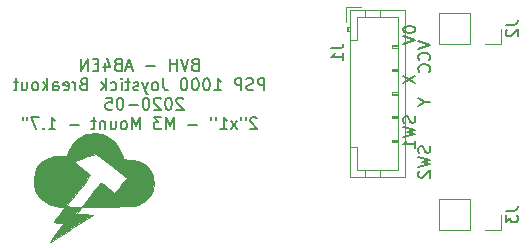
<source format=gbr>
G04 #@! TF.GenerationSoftware,KiCad,Pcbnew,5.1.5-52549c5~86~ubuntu18.04.1*
G04 #@! TF.CreationDate,2020-05-17T18:20:31-04:00*
G04 #@! TF.ProjectId,2020 05 PSP Joystick Breakout,32303230-2030-4352-9050-5350204a6f79,rev?*
G04 #@! TF.SameCoordinates,Original*
G04 #@! TF.FileFunction,Legend,Bot*
G04 #@! TF.FilePolarity,Positive*
%FSLAX46Y46*%
G04 Gerber Fmt 4.6, Leading zero omitted, Abs format (unit mm)*
G04 Created by KiCad (PCBNEW 5.1.5-52549c5~86~ubuntu18.04.1) date 2020-05-17 18:20:31*
%MOMM*%
%LPD*%
G04 APERTURE LIST*
%ADD10C,0.150000*%
%ADD11C,0.010000*%
%ADD12C,0.120000*%
G04 APERTURE END LIST*
D10*
X175664761Y-122491666D02*
X175712380Y-122634523D01*
X175712380Y-122872619D01*
X175664761Y-122967857D01*
X175617142Y-123015476D01*
X175521904Y-123063095D01*
X175426666Y-123063095D01*
X175331428Y-123015476D01*
X175283809Y-122967857D01*
X175236190Y-122872619D01*
X175188571Y-122682142D01*
X175140952Y-122586904D01*
X175093333Y-122539285D01*
X174998095Y-122491666D01*
X174902857Y-122491666D01*
X174807619Y-122539285D01*
X174760000Y-122586904D01*
X174712380Y-122682142D01*
X174712380Y-122920238D01*
X174760000Y-123063095D01*
X174712380Y-123396428D02*
X175712380Y-123634523D01*
X174998095Y-123825000D01*
X175712380Y-124015476D01*
X174712380Y-124253571D01*
X174807619Y-124586904D02*
X174760000Y-124634523D01*
X174712380Y-124729761D01*
X174712380Y-124967857D01*
X174760000Y-125063095D01*
X174807619Y-125110714D01*
X174902857Y-125158333D01*
X174998095Y-125158333D01*
X175140952Y-125110714D01*
X175712380Y-124539285D01*
X175712380Y-125158333D01*
X174394761Y-119951666D02*
X174442380Y-120094523D01*
X174442380Y-120332619D01*
X174394761Y-120427857D01*
X174347142Y-120475476D01*
X174251904Y-120523095D01*
X174156666Y-120523095D01*
X174061428Y-120475476D01*
X174013809Y-120427857D01*
X173966190Y-120332619D01*
X173918571Y-120142142D01*
X173870952Y-120046904D01*
X173823333Y-119999285D01*
X173728095Y-119951666D01*
X173632857Y-119951666D01*
X173537619Y-119999285D01*
X173490000Y-120046904D01*
X173442380Y-120142142D01*
X173442380Y-120380238D01*
X173490000Y-120523095D01*
X173442380Y-120856428D02*
X174442380Y-121094523D01*
X173728095Y-121285000D01*
X174442380Y-121475476D01*
X173442380Y-121713571D01*
X174442380Y-122618333D02*
X174442380Y-122046904D01*
X174442380Y-122332619D02*
X173442380Y-122332619D01*
X173585238Y-122237380D01*
X173680476Y-122142142D01*
X173728095Y-122046904D01*
X175236190Y-118745000D02*
X175712380Y-118745000D01*
X174712380Y-118411666D02*
X175236190Y-118745000D01*
X174712380Y-119078333D01*
X173442380Y-116506666D02*
X174442380Y-117173333D01*
X173442380Y-117173333D02*
X174442380Y-116506666D01*
X174712380Y-113601666D02*
X175712380Y-113935000D01*
X174712380Y-114268333D01*
X175617142Y-115173095D02*
X175664761Y-115125476D01*
X175712380Y-114982619D01*
X175712380Y-114887380D01*
X175664761Y-114744523D01*
X175569523Y-114649285D01*
X175474285Y-114601666D01*
X175283809Y-114554047D01*
X175140952Y-114554047D01*
X174950476Y-114601666D01*
X174855238Y-114649285D01*
X174760000Y-114744523D01*
X174712380Y-114887380D01*
X174712380Y-114982619D01*
X174760000Y-115125476D01*
X174807619Y-115173095D01*
X175617142Y-116173095D02*
X175664761Y-116125476D01*
X175712380Y-115982619D01*
X175712380Y-115887380D01*
X175664761Y-115744523D01*
X175569523Y-115649285D01*
X175474285Y-115601666D01*
X175283809Y-115554047D01*
X175140952Y-115554047D01*
X174950476Y-115601666D01*
X174855238Y-115649285D01*
X174760000Y-115744523D01*
X174712380Y-115887380D01*
X174712380Y-115982619D01*
X174760000Y-116125476D01*
X174807619Y-116173095D01*
X173442380Y-112553809D02*
X173442380Y-112649047D01*
X173490000Y-112744285D01*
X173537619Y-112791904D01*
X173632857Y-112839523D01*
X173823333Y-112887142D01*
X174061428Y-112887142D01*
X174251904Y-112839523D01*
X174347142Y-112791904D01*
X174394761Y-112744285D01*
X174442380Y-112649047D01*
X174442380Y-112553809D01*
X174394761Y-112458571D01*
X174347142Y-112410952D01*
X174251904Y-112363333D01*
X174061428Y-112315714D01*
X173823333Y-112315714D01*
X173632857Y-112363333D01*
X173537619Y-112410952D01*
X173490000Y-112458571D01*
X173442380Y-112553809D01*
X173442380Y-113172857D02*
X174442380Y-113506190D01*
X173442380Y-113839523D01*
X155772857Y-115563571D02*
X155630000Y-115611190D01*
X155582380Y-115658809D01*
X155534761Y-115754047D01*
X155534761Y-115896904D01*
X155582380Y-115992142D01*
X155630000Y-116039761D01*
X155725238Y-116087380D01*
X156106190Y-116087380D01*
X156106190Y-115087380D01*
X155772857Y-115087380D01*
X155677619Y-115135000D01*
X155630000Y-115182619D01*
X155582380Y-115277857D01*
X155582380Y-115373095D01*
X155630000Y-115468333D01*
X155677619Y-115515952D01*
X155772857Y-115563571D01*
X156106190Y-115563571D01*
X155249047Y-115087380D02*
X154915714Y-116087380D01*
X154582380Y-115087380D01*
X154249047Y-116087380D02*
X154249047Y-115087380D01*
X154249047Y-115563571D02*
X153677619Y-115563571D01*
X153677619Y-116087380D02*
X153677619Y-115087380D01*
X152439523Y-115706428D02*
X151677619Y-115706428D01*
X150487142Y-115801666D02*
X150010952Y-115801666D01*
X150582380Y-116087380D02*
X150249047Y-115087380D01*
X149915714Y-116087380D01*
X149249047Y-115563571D02*
X149106190Y-115611190D01*
X149058571Y-115658809D01*
X149010952Y-115754047D01*
X149010952Y-115896904D01*
X149058571Y-115992142D01*
X149106190Y-116039761D01*
X149201428Y-116087380D01*
X149582380Y-116087380D01*
X149582380Y-115087380D01*
X149249047Y-115087380D01*
X149153809Y-115135000D01*
X149106190Y-115182619D01*
X149058571Y-115277857D01*
X149058571Y-115373095D01*
X149106190Y-115468333D01*
X149153809Y-115515952D01*
X149249047Y-115563571D01*
X149582380Y-115563571D01*
X148153809Y-115420714D02*
X148153809Y-116087380D01*
X148391904Y-115039761D02*
X148630000Y-115754047D01*
X148010952Y-115754047D01*
X147630000Y-115563571D02*
X147296666Y-115563571D01*
X147153809Y-116087380D02*
X147630000Y-116087380D01*
X147630000Y-115087380D01*
X147153809Y-115087380D01*
X146725238Y-116087380D02*
X146725238Y-115087380D01*
X146153809Y-116087380D01*
X146153809Y-115087380D01*
X161677619Y-117737380D02*
X161677619Y-116737380D01*
X161296666Y-116737380D01*
X161201428Y-116785000D01*
X161153809Y-116832619D01*
X161106190Y-116927857D01*
X161106190Y-117070714D01*
X161153809Y-117165952D01*
X161201428Y-117213571D01*
X161296666Y-117261190D01*
X161677619Y-117261190D01*
X160725238Y-117689761D02*
X160582380Y-117737380D01*
X160344285Y-117737380D01*
X160249047Y-117689761D01*
X160201428Y-117642142D01*
X160153809Y-117546904D01*
X160153809Y-117451666D01*
X160201428Y-117356428D01*
X160249047Y-117308809D01*
X160344285Y-117261190D01*
X160534761Y-117213571D01*
X160630000Y-117165952D01*
X160677619Y-117118333D01*
X160725238Y-117023095D01*
X160725238Y-116927857D01*
X160677619Y-116832619D01*
X160630000Y-116785000D01*
X160534761Y-116737380D01*
X160296666Y-116737380D01*
X160153809Y-116785000D01*
X159725238Y-117737380D02*
X159725238Y-116737380D01*
X159344285Y-116737380D01*
X159249047Y-116785000D01*
X159201428Y-116832619D01*
X159153809Y-116927857D01*
X159153809Y-117070714D01*
X159201428Y-117165952D01*
X159249047Y-117213571D01*
X159344285Y-117261190D01*
X159725238Y-117261190D01*
X157439523Y-117737380D02*
X158010952Y-117737380D01*
X157725238Y-117737380D02*
X157725238Y-116737380D01*
X157820476Y-116880238D01*
X157915714Y-116975476D01*
X158010952Y-117023095D01*
X156820476Y-116737380D02*
X156725238Y-116737380D01*
X156630000Y-116785000D01*
X156582380Y-116832619D01*
X156534761Y-116927857D01*
X156487142Y-117118333D01*
X156487142Y-117356428D01*
X156534761Y-117546904D01*
X156582380Y-117642142D01*
X156630000Y-117689761D01*
X156725238Y-117737380D01*
X156820476Y-117737380D01*
X156915714Y-117689761D01*
X156963333Y-117642142D01*
X157010952Y-117546904D01*
X157058571Y-117356428D01*
X157058571Y-117118333D01*
X157010952Y-116927857D01*
X156963333Y-116832619D01*
X156915714Y-116785000D01*
X156820476Y-116737380D01*
X155868095Y-116737380D02*
X155772857Y-116737380D01*
X155677619Y-116785000D01*
X155630000Y-116832619D01*
X155582380Y-116927857D01*
X155534761Y-117118333D01*
X155534761Y-117356428D01*
X155582380Y-117546904D01*
X155630000Y-117642142D01*
X155677619Y-117689761D01*
X155772857Y-117737380D01*
X155868095Y-117737380D01*
X155963333Y-117689761D01*
X156010952Y-117642142D01*
X156058571Y-117546904D01*
X156106190Y-117356428D01*
X156106190Y-117118333D01*
X156058571Y-116927857D01*
X156010952Y-116832619D01*
X155963333Y-116785000D01*
X155868095Y-116737380D01*
X154915714Y-116737380D02*
X154820476Y-116737380D01*
X154725238Y-116785000D01*
X154677619Y-116832619D01*
X154630000Y-116927857D01*
X154582380Y-117118333D01*
X154582380Y-117356428D01*
X154630000Y-117546904D01*
X154677619Y-117642142D01*
X154725238Y-117689761D01*
X154820476Y-117737380D01*
X154915714Y-117737380D01*
X155010952Y-117689761D01*
X155058571Y-117642142D01*
X155106190Y-117546904D01*
X155153809Y-117356428D01*
X155153809Y-117118333D01*
X155106190Y-116927857D01*
X155058571Y-116832619D01*
X155010952Y-116785000D01*
X154915714Y-116737380D01*
X153106190Y-116737380D02*
X153106190Y-117451666D01*
X153153809Y-117594523D01*
X153249047Y-117689761D01*
X153391904Y-117737380D01*
X153487142Y-117737380D01*
X152487142Y-117737380D02*
X152582380Y-117689761D01*
X152630000Y-117642142D01*
X152677619Y-117546904D01*
X152677619Y-117261190D01*
X152630000Y-117165952D01*
X152582380Y-117118333D01*
X152487142Y-117070714D01*
X152344285Y-117070714D01*
X152249047Y-117118333D01*
X152201428Y-117165952D01*
X152153809Y-117261190D01*
X152153809Y-117546904D01*
X152201428Y-117642142D01*
X152249047Y-117689761D01*
X152344285Y-117737380D01*
X152487142Y-117737380D01*
X151820476Y-117070714D02*
X151582380Y-117737380D01*
X151344285Y-117070714D02*
X151582380Y-117737380D01*
X151677619Y-117975476D01*
X151725238Y-118023095D01*
X151820476Y-118070714D01*
X151010952Y-117689761D02*
X150915714Y-117737380D01*
X150725238Y-117737380D01*
X150630000Y-117689761D01*
X150582380Y-117594523D01*
X150582380Y-117546904D01*
X150630000Y-117451666D01*
X150725238Y-117404047D01*
X150868095Y-117404047D01*
X150963333Y-117356428D01*
X151010952Y-117261190D01*
X151010952Y-117213571D01*
X150963333Y-117118333D01*
X150868095Y-117070714D01*
X150725238Y-117070714D01*
X150630000Y-117118333D01*
X150296666Y-117070714D02*
X149915714Y-117070714D01*
X150153809Y-116737380D02*
X150153809Y-117594523D01*
X150106190Y-117689761D01*
X150010952Y-117737380D01*
X149915714Y-117737380D01*
X149582380Y-117737380D02*
X149582380Y-117070714D01*
X149582380Y-116737380D02*
X149630000Y-116785000D01*
X149582380Y-116832619D01*
X149534761Y-116785000D01*
X149582380Y-116737380D01*
X149582380Y-116832619D01*
X148677619Y-117689761D02*
X148772857Y-117737380D01*
X148963333Y-117737380D01*
X149058571Y-117689761D01*
X149106190Y-117642142D01*
X149153809Y-117546904D01*
X149153809Y-117261190D01*
X149106190Y-117165952D01*
X149058571Y-117118333D01*
X148963333Y-117070714D01*
X148772857Y-117070714D01*
X148677619Y-117118333D01*
X148249047Y-117737380D02*
X148249047Y-116737380D01*
X148153809Y-117356428D02*
X147868095Y-117737380D01*
X147868095Y-117070714D02*
X148249047Y-117451666D01*
X146344285Y-117213571D02*
X146201428Y-117261190D01*
X146153809Y-117308809D01*
X146106190Y-117404047D01*
X146106190Y-117546904D01*
X146153809Y-117642142D01*
X146201428Y-117689761D01*
X146296666Y-117737380D01*
X146677619Y-117737380D01*
X146677619Y-116737380D01*
X146344285Y-116737380D01*
X146249047Y-116785000D01*
X146201428Y-116832619D01*
X146153809Y-116927857D01*
X146153809Y-117023095D01*
X146201428Y-117118333D01*
X146249047Y-117165952D01*
X146344285Y-117213571D01*
X146677619Y-117213571D01*
X145677619Y-117737380D02*
X145677619Y-117070714D01*
X145677619Y-117261190D02*
X145630000Y-117165952D01*
X145582380Y-117118333D01*
X145487142Y-117070714D01*
X145391904Y-117070714D01*
X144677619Y-117689761D02*
X144772857Y-117737380D01*
X144963333Y-117737380D01*
X145058571Y-117689761D01*
X145106190Y-117594523D01*
X145106190Y-117213571D01*
X145058571Y-117118333D01*
X144963333Y-117070714D01*
X144772857Y-117070714D01*
X144677619Y-117118333D01*
X144630000Y-117213571D01*
X144630000Y-117308809D01*
X145106190Y-117404047D01*
X143772857Y-117737380D02*
X143772857Y-117213571D01*
X143820476Y-117118333D01*
X143915714Y-117070714D01*
X144106190Y-117070714D01*
X144201428Y-117118333D01*
X143772857Y-117689761D02*
X143868095Y-117737380D01*
X144106190Y-117737380D01*
X144201428Y-117689761D01*
X144249047Y-117594523D01*
X144249047Y-117499285D01*
X144201428Y-117404047D01*
X144106190Y-117356428D01*
X143868095Y-117356428D01*
X143772857Y-117308809D01*
X143296666Y-117737380D02*
X143296666Y-116737380D01*
X143201428Y-117356428D02*
X142915714Y-117737380D01*
X142915714Y-117070714D02*
X143296666Y-117451666D01*
X142344285Y-117737380D02*
X142439523Y-117689761D01*
X142487142Y-117642142D01*
X142534761Y-117546904D01*
X142534761Y-117261190D01*
X142487142Y-117165952D01*
X142439523Y-117118333D01*
X142344285Y-117070714D01*
X142201428Y-117070714D01*
X142106190Y-117118333D01*
X142058571Y-117165952D01*
X142010952Y-117261190D01*
X142010952Y-117546904D01*
X142058571Y-117642142D01*
X142106190Y-117689761D01*
X142201428Y-117737380D01*
X142344285Y-117737380D01*
X141153809Y-117070714D02*
X141153809Y-117737380D01*
X141582380Y-117070714D02*
X141582380Y-117594523D01*
X141534761Y-117689761D01*
X141439523Y-117737380D01*
X141296666Y-117737380D01*
X141201428Y-117689761D01*
X141153809Y-117642142D01*
X140820476Y-117070714D02*
X140439523Y-117070714D01*
X140677619Y-116737380D02*
X140677619Y-117594523D01*
X140630000Y-117689761D01*
X140534761Y-117737380D01*
X140439523Y-117737380D01*
X154796666Y-118482619D02*
X154749047Y-118435000D01*
X154653809Y-118387380D01*
X154415714Y-118387380D01*
X154320476Y-118435000D01*
X154272857Y-118482619D01*
X154225238Y-118577857D01*
X154225238Y-118673095D01*
X154272857Y-118815952D01*
X154844285Y-119387380D01*
X154225238Y-119387380D01*
X153606190Y-118387380D02*
X153510952Y-118387380D01*
X153415714Y-118435000D01*
X153368095Y-118482619D01*
X153320476Y-118577857D01*
X153272857Y-118768333D01*
X153272857Y-119006428D01*
X153320476Y-119196904D01*
X153368095Y-119292142D01*
X153415714Y-119339761D01*
X153510952Y-119387380D01*
X153606190Y-119387380D01*
X153701428Y-119339761D01*
X153749047Y-119292142D01*
X153796666Y-119196904D01*
X153844285Y-119006428D01*
X153844285Y-118768333D01*
X153796666Y-118577857D01*
X153749047Y-118482619D01*
X153701428Y-118435000D01*
X153606190Y-118387380D01*
X152891904Y-118482619D02*
X152844285Y-118435000D01*
X152749047Y-118387380D01*
X152510952Y-118387380D01*
X152415714Y-118435000D01*
X152368095Y-118482619D01*
X152320476Y-118577857D01*
X152320476Y-118673095D01*
X152368095Y-118815952D01*
X152939523Y-119387380D01*
X152320476Y-119387380D01*
X151701428Y-118387380D02*
X151606190Y-118387380D01*
X151510952Y-118435000D01*
X151463333Y-118482619D01*
X151415714Y-118577857D01*
X151368095Y-118768333D01*
X151368095Y-119006428D01*
X151415714Y-119196904D01*
X151463333Y-119292142D01*
X151510952Y-119339761D01*
X151606190Y-119387380D01*
X151701428Y-119387380D01*
X151796666Y-119339761D01*
X151844285Y-119292142D01*
X151891904Y-119196904D01*
X151939523Y-119006428D01*
X151939523Y-118768333D01*
X151891904Y-118577857D01*
X151844285Y-118482619D01*
X151796666Y-118435000D01*
X151701428Y-118387380D01*
X150939523Y-119006428D02*
X150177619Y-119006428D01*
X149510952Y-118387380D02*
X149415714Y-118387380D01*
X149320476Y-118435000D01*
X149272857Y-118482619D01*
X149225238Y-118577857D01*
X149177619Y-118768333D01*
X149177619Y-119006428D01*
X149225238Y-119196904D01*
X149272857Y-119292142D01*
X149320476Y-119339761D01*
X149415714Y-119387380D01*
X149510952Y-119387380D01*
X149606190Y-119339761D01*
X149653809Y-119292142D01*
X149701428Y-119196904D01*
X149749047Y-119006428D01*
X149749047Y-118768333D01*
X149701428Y-118577857D01*
X149653809Y-118482619D01*
X149606190Y-118435000D01*
X149510952Y-118387380D01*
X148272857Y-118387380D02*
X148749047Y-118387380D01*
X148796666Y-118863571D01*
X148749047Y-118815952D01*
X148653809Y-118768333D01*
X148415714Y-118768333D01*
X148320476Y-118815952D01*
X148272857Y-118863571D01*
X148225238Y-118958809D01*
X148225238Y-119196904D01*
X148272857Y-119292142D01*
X148320476Y-119339761D01*
X148415714Y-119387380D01*
X148653809Y-119387380D01*
X148749047Y-119339761D01*
X148796666Y-119292142D01*
X161034761Y-120132619D02*
X160987142Y-120085000D01*
X160891904Y-120037380D01*
X160653809Y-120037380D01*
X160558571Y-120085000D01*
X160510952Y-120132619D01*
X160463333Y-120227857D01*
X160463333Y-120323095D01*
X160510952Y-120465952D01*
X161082380Y-121037380D01*
X160463333Y-121037380D01*
X160082380Y-120037380D02*
X160082380Y-120227857D01*
X159701428Y-120037380D02*
X159701428Y-120227857D01*
X159368095Y-121037380D02*
X158844285Y-120370714D01*
X159368095Y-120370714D02*
X158844285Y-121037380D01*
X157939523Y-121037380D02*
X158510952Y-121037380D01*
X158225238Y-121037380D02*
X158225238Y-120037380D01*
X158320476Y-120180238D01*
X158415714Y-120275476D01*
X158510952Y-120323095D01*
X157558571Y-120037380D02*
X157558571Y-120227857D01*
X157177619Y-120037380D02*
X157177619Y-120227857D01*
X155987142Y-120656428D02*
X155225238Y-120656428D01*
X153987142Y-121037380D02*
X153987142Y-120037380D01*
X153653809Y-120751666D01*
X153320476Y-120037380D01*
X153320476Y-121037380D01*
X152939523Y-120037380D02*
X152320476Y-120037380D01*
X152653809Y-120418333D01*
X152510952Y-120418333D01*
X152415714Y-120465952D01*
X152368095Y-120513571D01*
X152320476Y-120608809D01*
X152320476Y-120846904D01*
X152368095Y-120942142D01*
X152415714Y-120989761D01*
X152510952Y-121037380D01*
X152796666Y-121037380D01*
X152891904Y-120989761D01*
X152939523Y-120942142D01*
X151130000Y-121037380D02*
X151130000Y-120037380D01*
X150796666Y-120751666D01*
X150463333Y-120037380D01*
X150463333Y-121037380D01*
X149844285Y-121037380D02*
X149939523Y-120989761D01*
X149987142Y-120942142D01*
X150034761Y-120846904D01*
X150034761Y-120561190D01*
X149987142Y-120465952D01*
X149939523Y-120418333D01*
X149844285Y-120370714D01*
X149701428Y-120370714D01*
X149606190Y-120418333D01*
X149558571Y-120465952D01*
X149510952Y-120561190D01*
X149510952Y-120846904D01*
X149558571Y-120942142D01*
X149606190Y-120989761D01*
X149701428Y-121037380D01*
X149844285Y-121037380D01*
X148653809Y-120370714D02*
X148653809Y-121037380D01*
X149082380Y-120370714D02*
X149082380Y-120894523D01*
X149034761Y-120989761D01*
X148939523Y-121037380D01*
X148796666Y-121037380D01*
X148701428Y-120989761D01*
X148653809Y-120942142D01*
X148177619Y-120370714D02*
X148177619Y-121037380D01*
X148177619Y-120465952D02*
X148130000Y-120418333D01*
X148034761Y-120370714D01*
X147891904Y-120370714D01*
X147796666Y-120418333D01*
X147749047Y-120513571D01*
X147749047Y-121037380D01*
X147415714Y-120370714D02*
X147034761Y-120370714D01*
X147272857Y-120037380D02*
X147272857Y-120894523D01*
X147225238Y-120989761D01*
X147130000Y-121037380D01*
X147034761Y-121037380D01*
X145939523Y-120656428D02*
X145177619Y-120656428D01*
X143415714Y-121037380D02*
X143987142Y-121037380D01*
X143701428Y-121037380D02*
X143701428Y-120037380D01*
X143796666Y-120180238D01*
X143891904Y-120275476D01*
X143987142Y-120323095D01*
X142987142Y-120942142D02*
X142939523Y-120989761D01*
X142987142Y-121037380D01*
X143034761Y-120989761D01*
X142987142Y-120942142D01*
X142987142Y-121037380D01*
X142606190Y-120037380D02*
X141939523Y-120037380D01*
X142368095Y-121037380D01*
X141606190Y-120037380D02*
X141606190Y-120227857D01*
X141225238Y-120037380D02*
X141225238Y-120227857D01*
D11*
G36*
X146910298Y-121410258D02*
G01*
X146578909Y-121466286D01*
X146399876Y-121521229D01*
X145989271Y-121765609D01*
X145597286Y-122123859D01*
X145275268Y-122543710D01*
X145134378Y-122809476D01*
X144934263Y-123271777D01*
X144468596Y-123273694D01*
X143837187Y-123342976D01*
X143274308Y-123536902D01*
X142803961Y-123842715D01*
X142450145Y-124247658D01*
X142368595Y-124389916D01*
X142230443Y-124790937D01*
X142164366Y-125269057D01*
X142173530Y-125753536D01*
X142261101Y-126173635D01*
X142285875Y-126238000D01*
X142590210Y-126751510D01*
X143014574Y-127154759D01*
X143540594Y-127435050D01*
X144149897Y-127579686D01*
X144239865Y-127588313D01*
X144827879Y-127635000D01*
X144351904Y-128242653D01*
X144142553Y-128514443D01*
X143980140Y-128733903D01*
X143888164Y-128868854D01*
X143875930Y-128894395D01*
X143952059Y-128924286D01*
X144146540Y-128952100D01*
X144295549Y-128964076D01*
X144715168Y-128989667D01*
X144118880Y-129779609D01*
X143888060Y-130090555D01*
X143703857Y-130348629D01*
X143585317Y-130526435D01*
X143551094Y-130596312D01*
X143626462Y-130559026D01*
X143823619Y-130440125D01*
X144123371Y-130251785D01*
X144506521Y-130006182D01*
X144953875Y-129715492D01*
X145357596Y-129450410D01*
X147135596Y-128277746D01*
X146435181Y-128252707D01*
X145734765Y-128227667D01*
X146258925Y-127592667D01*
X148475261Y-127590807D01*
X149153200Y-127589383D01*
X149684469Y-127585369D01*
X150091727Y-127577245D01*
X150397631Y-127563491D01*
X150624842Y-127542584D01*
X150796018Y-127513005D01*
X150933819Y-127473233D01*
X151060904Y-127421746D01*
X151072596Y-127416483D01*
X151586188Y-127100403D01*
X151967697Y-126685144D01*
X152209277Y-126186590D01*
X152303077Y-125620625D01*
X152258865Y-125147566D01*
X150060838Y-125147566D01*
X149910551Y-125336732D01*
X149664614Y-125639262D01*
X149421604Y-125926244D01*
X149206923Y-126168998D01*
X149045973Y-126338841D01*
X148964159Y-126407095D01*
X148962315Y-126407334D01*
X148877153Y-126356883D01*
X148698171Y-126223209D01*
X148460512Y-126032824D01*
X148404068Y-125986150D01*
X148159324Y-125786757D01*
X147966953Y-125637743D01*
X147861542Y-125565699D01*
X147853421Y-125562817D01*
X147788775Y-125625248D01*
X147639728Y-125798781D01*
X147425281Y-126060420D01*
X147164438Y-126387172D01*
X147015611Y-126576667D01*
X146221976Y-127592667D01*
X145543831Y-127592667D01*
X145210686Y-127590201D01*
X145019472Y-127577901D01*
X144942804Y-127548409D01*
X144953298Y-127494370D01*
X144992259Y-127444500D01*
X145158261Y-127243055D01*
X145381328Y-126962433D01*
X145642138Y-126628065D01*
X145921366Y-126265383D01*
X146199690Y-125899817D01*
X146457785Y-125556798D01*
X146676329Y-125261758D01*
X146835996Y-125040127D01*
X146917465Y-124917337D01*
X146923930Y-124902304D01*
X146859878Y-124825109D01*
X146687362Y-124674437D01*
X146435843Y-124475048D01*
X146246596Y-124333000D01*
X145960350Y-124117769D01*
X145733963Y-123938656D01*
X145596749Y-123819369D01*
X145569263Y-123785200D01*
X145644626Y-123740778D01*
X145849469Y-123657201D01*
X146151925Y-123546702D01*
X146495970Y-123429478D01*
X147422676Y-123123319D01*
X148741757Y-124135442D01*
X150060838Y-125147566D01*
X152258865Y-125147566D01*
X152248490Y-125036560D01*
X152162056Y-124737111D01*
X152022262Y-124491973D01*
X151787643Y-124230757D01*
X151754794Y-124198535D01*
X151369365Y-123893737D01*
X150942530Y-123707013D01*
X150430369Y-123622384D01*
X150146104Y-123613334D01*
X149853640Y-123593221D01*
X149724767Y-123532732D01*
X149717863Y-123507500D01*
X149671249Y-123318222D01*
X149548991Y-123040516D01*
X149377216Y-122721294D01*
X149182052Y-122407464D01*
X148989628Y-122145937D01*
X148909763Y-122056660D01*
X148444228Y-121685199D01*
X147917586Y-121465201D01*
X147309632Y-121388456D01*
X147264572Y-121388234D01*
X146910298Y-121410258D01*
G37*
X146910298Y-121410258D02*
X146578909Y-121466286D01*
X146399876Y-121521229D01*
X145989271Y-121765609D01*
X145597286Y-122123859D01*
X145275268Y-122543710D01*
X145134378Y-122809476D01*
X144934263Y-123271777D01*
X144468596Y-123273694D01*
X143837187Y-123342976D01*
X143274308Y-123536902D01*
X142803961Y-123842715D01*
X142450145Y-124247658D01*
X142368595Y-124389916D01*
X142230443Y-124790937D01*
X142164366Y-125269057D01*
X142173530Y-125753536D01*
X142261101Y-126173635D01*
X142285875Y-126238000D01*
X142590210Y-126751510D01*
X143014574Y-127154759D01*
X143540594Y-127435050D01*
X144149897Y-127579686D01*
X144239865Y-127588313D01*
X144827879Y-127635000D01*
X144351904Y-128242653D01*
X144142553Y-128514443D01*
X143980140Y-128733903D01*
X143888164Y-128868854D01*
X143875930Y-128894395D01*
X143952059Y-128924286D01*
X144146540Y-128952100D01*
X144295549Y-128964076D01*
X144715168Y-128989667D01*
X144118880Y-129779609D01*
X143888060Y-130090555D01*
X143703857Y-130348629D01*
X143585317Y-130526435D01*
X143551094Y-130596312D01*
X143626462Y-130559026D01*
X143823619Y-130440125D01*
X144123371Y-130251785D01*
X144506521Y-130006182D01*
X144953875Y-129715492D01*
X145357596Y-129450410D01*
X147135596Y-128277746D01*
X146435181Y-128252707D01*
X145734765Y-128227667D01*
X146258925Y-127592667D01*
X148475261Y-127590807D01*
X149153200Y-127589383D01*
X149684469Y-127585369D01*
X150091727Y-127577245D01*
X150397631Y-127563491D01*
X150624842Y-127542584D01*
X150796018Y-127513005D01*
X150933819Y-127473233D01*
X151060904Y-127421746D01*
X151072596Y-127416483D01*
X151586188Y-127100403D01*
X151967697Y-126685144D01*
X152209277Y-126186590D01*
X152303077Y-125620625D01*
X152258865Y-125147566D01*
X150060838Y-125147566D01*
X149910551Y-125336732D01*
X149664614Y-125639262D01*
X149421604Y-125926244D01*
X149206923Y-126168998D01*
X149045973Y-126338841D01*
X148964159Y-126407095D01*
X148962315Y-126407334D01*
X148877153Y-126356883D01*
X148698171Y-126223209D01*
X148460512Y-126032824D01*
X148404068Y-125986150D01*
X148159324Y-125786757D01*
X147966953Y-125637743D01*
X147861542Y-125565699D01*
X147853421Y-125562817D01*
X147788775Y-125625248D01*
X147639728Y-125798781D01*
X147425281Y-126060420D01*
X147164438Y-126387172D01*
X147015611Y-126576667D01*
X146221976Y-127592667D01*
X145543831Y-127592667D01*
X145210686Y-127590201D01*
X145019472Y-127577901D01*
X144942804Y-127548409D01*
X144953298Y-127494370D01*
X144992259Y-127444500D01*
X145158261Y-127243055D01*
X145381328Y-126962433D01*
X145642138Y-126628065D01*
X145921366Y-126265383D01*
X146199690Y-125899817D01*
X146457785Y-125556798D01*
X146676329Y-125261758D01*
X146835996Y-125040127D01*
X146917465Y-124917337D01*
X146923930Y-124902304D01*
X146859878Y-124825109D01*
X146687362Y-124674437D01*
X146435843Y-124475048D01*
X146246596Y-124333000D01*
X145960350Y-124117769D01*
X145733963Y-123938656D01*
X145596749Y-123819369D01*
X145569263Y-123785200D01*
X145644626Y-123740778D01*
X145849469Y-123657201D01*
X146151925Y-123546702D01*
X146495970Y-123429478D01*
X147422676Y-123123319D01*
X148741757Y-124135442D01*
X150060838Y-125147566D01*
X152258865Y-125147566D01*
X152248490Y-125036560D01*
X152162056Y-124737111D01*
X152022262Y-124491973D01*
X151787643Y-124230757D01*
X151754794Y-124198535D01*
X151369365Y-123893737D01*
X150942530Y-123707013D01*
X150430369Y-123622384D01*
X150146104Y-123613334D01*
X149853640Y-123593221D01*
X149724767Y-123532732D01*
X149717863Y-123507500D01*
X149671249Y-123318222D01*
X149548991Y-123040516D01*
X149377216Y-122721294D01*
X149182052Y-122407464D01*
X148989628Y-122145937D01*
X148909763Y-122056660D01*
X148444228Y-121685199D01*
X147917586Y-121465201D01*
X147309632Y-121388456D01*
X147264572Y-121388234D01*
X146910298Y-121410258D01*
D12*
X176470000Y-129600000D02*
X176470000Y-126940000D01*
X179070000Y-129600000D02*
X176470000Y-129600000D01*
X179070000Y-126940000D02*
X176470000Y-126940000D01*
X179070000Y-129600000D02*
X179070000Y-126940000D01*
X180340000Y-129600000D02*
X181670000Y-129600000D01*
X181670000Y-129600000D02*
X181670000Y-128270000D01*
X176470000Y-113852000D02*
X176470000Y-111192000D01*
X179070000Y-113852000D02*
X176470000Y-113852000D01*
X179070000Y-111192000D02*
X176470000Y-111192000D01*
X179070000Y-113852000D02*
X179070000Y-111192000D01*
X180340000Y-113852000D02*
X181670000Y-113852000D01*
X181670000Y-113852000D02*
X181670000Y-112522000D01*
X168888000Y-110980000D02*
X173588000Y-110980000D01*
X173588000Y-110980000D02*
X173588000Y-125080000D01*
X173588000Y-125080000D02*
X168888000Y-125080000D01*
X168888000Y-125080000D02*
X168888000Y-110980000D01*
X168888000Y-113530000D02*
X169488000Y-113530000D01*
X169488000Y-113530000D02*
X169488000Y-111580000D01*
X169488000Y-111580000D02*
X172988000Y-111580000D01*
X172988000Y-111580000D02*
X172988000Y-124480000D01*
X172988000Y-124480000D02*
X169488000Y-124480000D01*
X169488000Y-124480000D02*
X169488000Y-122530000D01*
X169488000Y-122530000D02*
X168888000Y-122530000D01*
X170188000Y-110980000D02*
X170188000Y-111580000D01*
X171488000Y-110980000D02*
X171488000Y-111580000D01*
X170188000Y-125080000D02*
X170188000Y-124480000D01*
X171488000Y-125080000D02*
X171488000Y-124480000D01*
X168888000Y-112730000D02*
X168688000Y-112730000D01*
X168688000Y-112730000D02*
X168688000Y-112430000D01*
X168688000Y-112430000D02*
X168888000Y-112430000D01*
X168788000Y-112730000D02*
X168788000Y-112430000D01*
X172988000Y-113930000D02*
X172488000Y-113930000D01*
X172488000Y-113930000D02*
X172488000Y-114130000D01*
X172488000Y-114130000D02*
X172988000Y-114130000D01*
X172988000Y-114030000D02*
X172488000Y-114030000D01*
X172988000Y-115930000D02*
X172488000Y-115930000D01*
X172488000Y-115930000D02*
X172488000Y-116130000D01*
X172488000Y-116130000D02*
X172988000Y-116130000D01*
X172988000Y-116030000D02*
X172488000Y-116030000D01*
X172988000Y-117930000D02*
X172488000Y-117930000D01*
X172488000Y-117930000D02*
X172488000Y-118130000D01*
X172488000Y-118130000D02*
X172988000Y-118130000D01*
X172988000Y-118030000D02*
X172488000Y-118030000D01*
X172988000Y-119930000D02*
X172488000Y-119930000D01*
X172488000Y-119930000D02*
X172488000Y-120130000D01*
X172488000Y-120130000D02*
X172988000Y-120130000D01*
X172988000Y-120030000D02*
X172488000Y-120030000D01*
X172988000Y-121930000D02*
X172488000Y-121930000D01*
X172488000Y-121930000D02*
X172488000Y-122130000D01*
X172488000Y-122130000D02*
X172988000Y-122130000D01*
X172988000Y-122030000D02*
X172488000Y-122030000D01*
X168588000Y-111930000D02*
X168588000Y-110680000D01*
X168588000Y-110680000D02*
X169838000Y-110680000D01*
D10*
X182122380Y-127936666D02*
X182836666Y-127936666D01*
X182979523Y-127889047D01*
X183074761Y-127793809D01*
X183122380Y-127650952D01*
X183122380Y-127555714D01*
X182122380Y-128317619D02*
X182122380Y-128936666D01*
X182503333Y-128603333D01*
X182503333Y-128746190D01*
X182550952Y-128841428D01*
X182598571Y-128889047D01*
X182693809Y-128936666D01*
X182931904Y-128936666D01*
X183027142Y-128889047D01*
X183074761Y-128841428D01*
X183122380Y-128746190D01*
X183122380Y-128460476D01*
X183074761Y-128365238D01*
X183027142Y-128317619D01*
X182122380Y-112188666D02*
X182836666Y-112188666D01*
X182979523Y-112141047D01*
X183074761Y-112045809D01*
X183122380Y-111902952D01*
X183122380Y-111807714D01*
X182217619Y-112617238D02*
X182170000Y-112664857D01*
X182122380Y-112760095D01*
X182122380Y-112998190D01*
X182170000Y-113093428D01*
X182217619Y-113141047D01*
X182312857Y-113188666D01*
X182408095Y-113188666D01*
X182550952Y-113141047D01*
X183122380Y-112569619D01*
X183122380Y-113188666D01*
X167340380Y-114196666D02*
X168054666Y-114196666D01*
X168197523Y-114149047D01*
X168292761Y-114053809D01*
X168340380Y-113910952D01*
X168340380Y-113815714D01*
X168340380Y-115196666D02*
X168340380Y-114625238D01*
X168340380Y-114910952D02*
X167340380Y-114910952D01*
X167483238Y-114815714D01*
X167578476Y-114720476D01*
X167626095Y-114625238D01*
M02*

</source>
